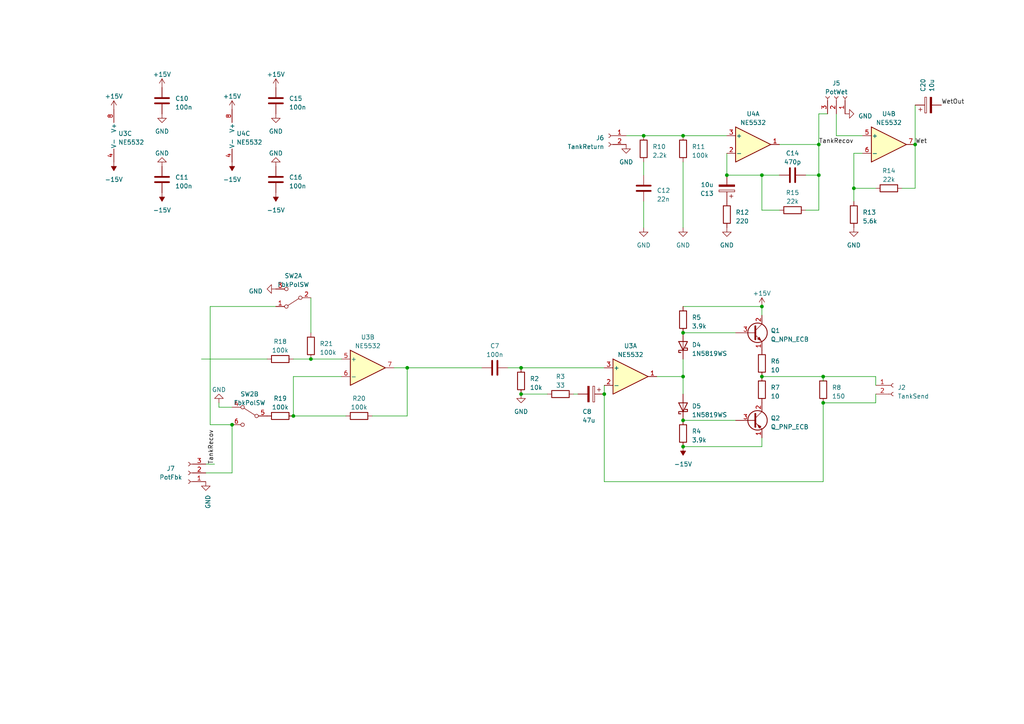
<source format=kicad_sch>
(kicad_sch (version 20230121) (generator eeschema)
  (paper "A4")
  (lib_symbols
    (symbol "Amplifier_Operational:NE5532" (pin_names (offset 0.127))
      (property "Reference" "U" (at 0 5.08 0))
      (property "Value" "NE5532" (at 0 -5.08 0))
      (symbol "NE5532_1_1"
        (polyline (pts (xy -5.08 5.08) (xy 5.08 0) (xy -5.08 -5.08) (xy -5.08 5.08)) (stroke (width 0.254)) (fill (type background)))
        (pin output line (at 7.62 0 180) (length 2.54) (name "~") (number "1"))
        (pin input line (at -7.62 -2.54 0) (length 2.54) (name "-") (number "2"))
        (pin input line (at -7.62 2.54 0) (length 2.54) (name "+") (number "3"))
      )
      (symbol "NE5532_2_1"
        (polyline (pts (xy -5.08 5.08) (xy 5.08 0) (xy -5.08 -5.08) (xy -5.08 5.08)) (stroke (width 0.254)) (fill (type background)))
        (pin input line (at -7.62 2.54 0) (length 2.54) (name "+") (number "5"))
        (pin input line (at -7.62 -2.54 0) (length 2.54) (name "-") (number "6"))
        (pin output line (at 7.62 0 180) (length 2.54) (name "~") (number "7"))
      )
      (symbol "NE5532_3_1"
        (pin power_in line (at -2.54 -7.62 90) (length 3.81) (name "V-") (number "4"))
        (pin power_in line (at -2.54 7.62 270) (length 3.81) (name "V+") (number "8"))
      )
    )
    (symbol "Connector:Conn_01x02_Socket" (pin_names (offset 1.016) hide)
      (property "Reference" "J" (at 0 2.54 0))
      (property "Value" "Conn_01x02_Socket" (at 0 -5.08 0))
      (symbol "Conn_01x02_Socket_1_1"
        (arc (start 0 -2.032) (mid -0.5058 -2.54) (end 0 -3.048) (stroke (width 0.1524)))
        (polyline (pts (xy -1.27 -2.54) (xy -0.508 -2.54)) (stroke (width 0.1524)))
        (polyline (pts (xy -1.27 0) (xy -0.508 0)) (stroke (width 0.1524)))
        (arc (start 0 0.508) (mid -0.5058 0) (end 0 -0.508) (stroke (width 0.1524)))
        (pin passive line (at -5.08 0 0) (length 3.81) (name "Pin_1") (number "1"))
        (pin passive line (at -5.08 -2.54 0) (length 3.81) (name "Pin_2") (number "2"))
      )
    )
    (symbol "Connector:Conn_01x03_Socket" (pin_names (offset 1.016) hide)
      (property "Reference" "J" (at 0 5.08 0))
      (property "Value" "Conn_01x03_Socket" (at 0 -5.08 0))
      (symbol "Conn_01x03_Socket_1_1"
        (arc (start 0 -2.032) (mid -0.5058 -2.54) (end 0 -3.048) (stroke (width 0.1524)))
        (polyline (pts (xy -1.27 -2.54) (xy -0.508 -2.54)) (stroke (width 0.1524)))
        (polyline (pts (xy -1.27 0) (xy -0.508 0)) (stroke (width 0.1524)))
        (polyline (pts (xy -1.27 2.54) (xy -0.508 2.54)) (stroke (width 0.1524)))
        (arc (start 0 0.508) (mid -0.5058 0) (end 0 -0.508) (stroke (width 0.1524)))
        (arc (start 0 3.048) (mid -0.5058 2.54) (end 0 2.032) (stroke (width 0.1524)))
        (pin passive line (at -5.08 2.54 0) (length 3.81) (name "Pin_1") (number "1"))
        (pin passive line (at -5.08 0 0) (length 3.81) (name "Pin_2") (number "2"))
        (pin passive line (at -5.08 -2.54 0) (length 3.81) (name "Pin_3") (number "3"))
      )
    )
    (symbol "Device:C" (pin_numbers hide) (pin_names (offset 0.254))
      (property "Reference" "C" (at 0.635 2.54 0))
      (property "Value" "C" (at 0.635 -2.54 0))
      (symbol "C_0_1"
        (polyline (pts (xy -2.032 -0.762) (xy 2.032 -0.762)) (stroke (width 0.508)))
        (polyline (pts (xy -2.032 0.762) (xy 2.032 0.762)) (stroke (width 0.508)))
      )
      (symbol "C_1_1"
        (pin passive line (at 0 3.81 270) (length 2.794) (name "~") (number "1"))
        (pin passive line (at 0 -3.81 90) (length 2.794) (name "~") (number "2"))
      )
    )
    (symbol "Device:C_Polarized" (pin_numbers hide) (pin_names (offset 0.254))
      (property "Reference" "C" (at 0.635 2.54 0))
      (property "Value" "C_Polarized" (at 0.635 -2.54 0))
      (symbol "C_Polarized_0_1"
        (rectangle (start -2.286 0.508) (end 2.286 1.016))
        (polyline (pts (xy -1.778 2.286) (xy -0.762 2.286)))
        (polyline (pts (xy -1.27 2.794) (xy -1.27 1.778)))
        (rectangle (start 2.286 -0.508) (end -2.286 -1.016) (fill (type outline)))
      )
      (symbol "C_Polarized_1_1"
        (pin passive line (at 0 3.81 270) (length 2.794) (name "~") (number "1"))
        (pin passive line (at 0 -3.81 90) (length 2.794) (name "~") (number "2"))
      )
    )
    (symbol "Device:Q_NPN_ECB" (pin_names (offset 0) hide)
      (property "Reference" "Q" (at 5.08 1.27 0))
      (property "Value" "Q_NPN_ECB" (at 5.08 -1.27 0))
      (symbol "Q_NPN_ECB_0_1"
        (polyline (pts (xy 0.635 0.635) (xy 2.54 2.54)))
        (polyline (pts (xy 0.635 -0.635) (xy 2.54 -2.54) (xy 2.54 -2.54)))
        (polyline (pts (xy 0.635 1.905) (xy 0.635 -1.905) (xy 0.635 -1.905)) (stroke (width 0.508)))
        (polyline (pts (xy 1.27 -1.778) (xy 1.778 -1.27) (xy 2.286 -2.286) (xy 1.27 -1.778) (xy 1.27 -1.778)) (fill (type outline)))
        (circle (center 1.27 0) (radius 2.8194) (stroke (width 0.254)))
      )
      (symbol "Q_NPN_ECB_1_1"
        (pin passive line (at 2.54 -5.08 90) (length 2.54) (name "E") (number "1"))
        (pin passive line (at 2.54 5.08 270) (length 2.54) (name "C") (number "2"))
        (pin passive line (at -5.08 0 0) (length 5.715) (name "B") (number "3"))
      )
    )
    (symbol "Device:Q_PNP_ECB" (pin_names (offset 0) hide)
      (property "Reference" "Q" (at 5.08 1.27 0))
      (property "Value" "Q_PNP_ECB" (at 5.08 -1.27 0))
      (symbol "Q_PNP_ECB_0_1"
        (polyline (pts (xy 0.635 0.635) (xy 2.54 2.54)))
        (polyline (pts (xy 0.635 -0.635) (xy 2.54 -2.54) (xy 2.54 -2.54)))
        (polyline (pts (xy 0.635 1.905) (xy 0.635 -1.905) (xy 0.635 -1.905)) (stroke (width 0.508)))
        (polyline (pts (xy 2.286 -1.778) (xy 1.778 -2.286) (xy 1.27 -1.27) (xy 2.286 -1.778) (xy 2.286 -1.778)) (fill (type outline)))
        (circle (center 1.27 0) (radius 2.8194) (stroke (width 0.254)))
      )
      (symbol "Q_PNP_ECB_1_1"
        (pin passive line (at 2.54 -5.08 90) (length 2.54) (name "E") (number "1"))
        (pin passive line (at 2.54 5.08 270) (length 2.54) (name "C") (number "2"))
        (pin input line (at -5.08 0 0) (length 5.715) (name "B") (number "3"))
      )
    )
    (symbol "Device:R" (pin_numbers hide) (pin_names (offset 0))
      (property "Reference" "R" (at 2.032 0 90))
      (property "Value" "R" (at 0 0 90))
      (symbol "R_0_1"
        (rectangle (start -1.016 -2.54) (end 1.016 2.54) (stroke (width 0.254)))
      )
      (symbol "R_1_1"
        (pin passive line (at 0 3.81 270) (length 1.27) (name "~") (number "1"))
        (pin passive line (at 0 -3.81 90) (length 1.27) (name "~") (number "2"))
      )
    )
    (symbol "Diode:1N5819WS" (pin_numbers hide) (pin_names (offset 1.016) hide)
      (property "Reference" "D" (at 0 2.54 0))
      (property "Value" "1N5819WS" (at 0 -2.54 0))
      (symbol "1N5819WS_0_1"
        (polyline (pts (xy 1.27 0) (xy -1.27 0)))
        (polyline (pts (xy 1.27 1.27) (xy 1.27 -1.27) (xy -1.27 0) (xy 1.27 1.27)) (stroke (width 0.254)))
        (polyline (pts (xy -1.905 0.635) (xy -1.905 1.27) (xy -1.27 1.27) (xy -1.27 -1.27) (xy -0.635 -1.27) (xy -0.635 -0.635)) (stroke (width 0.254)))
      )
      (symbol "1N5819WS_1_1"
        (pin passive line (at -3.81 0 0) (length 2.54) (name "K") (number "1"))
        (pin passive line (at 3.81 0 180) (length 2.54) (name "A") (number "2"))
      )
    )
    (symbol "Switch:SW_DPDT_x2" (pin_names (offset 0) hide)
      (property "Reference" "SW" (at 0 4.318 0))
      (property "Value" "SW_DPDT_x2" (at 0 -5.08 0))
      (symbol "SW_DPDT_x2_0_0"
        (circle (center -2.032 0) (radius 0.508))
        (circle (center 2.032 -2.54) (radius 0.508))
      )
      (symbol "SW_DPDT_x2_0_1"
        (polyline (pts (xy -1.524 0.254) (xy 1.651 2.286)))
        (circle (center 2.032 2.54) (radius 0.508))
      )
      (symbol "SW_DPDT_x2_1_1"
        (pin passive line (at 5.08 2.54 180) (length 2.54) (name "A") (number "1"))
        (pin passive line (at -5.08 0 0) (length 2.54) (name "B") (number "2"))
        (pin passive line (at 5.08 -2.54 180) (length 2.54) (name "C") (number "3"))
      )
      (symbol "SW_DPDT_x2_2_1"
        (pin passive line (at 5.08 2.54 180) (length 2.54) (name "A") (number "4"))
        (pin passive line (at -5.08 0 0) (length 2.54) (name "B") (number "5"))
        (pin passive line (at 5.08 -2.54 180) (length 2.54) (name "C") (number "6"))
      )
    )
    (symbol "power:+15V" (power) (pin_names (offset 0))
      (property "Value" "+15V" (at 0 3.556 0))
      (symbol "+15V_0_1"
        (polyline (pts (xy -0.762 1.27) (xy 0 2.54)))
        (polyline (pts (xy 0 0) (xy 0 2.54)))
        (polyline (pts (xy 0 2.54) (xy 0.762 1.27)))
      )
      (symbol "+15V_1_1"
        (pin power_in line (at 0 0 90) (length 0) hide (name "+15V") (number "1"))
      )
    )
    (symbol "power:-15V" (power) (pin_names (offset 0))
      (property "Value" "-15V" (at 0 3.81 0))
      (symbol "-15V_0_0"
        (pin power_in line (at 0 0 90) (length 0) hide (name "-15V") (number "1"))
      )
      (symbol "-15V_0_1"
        (polyline (pts (xy 0 0) (xy 0 1.27) (xy 0.762 1.27) (xy 0 2.54) (xy -0.762 1.27) (xy 0 1.27)) (fill (type outline)))
      )
    )
    (symbol "power:GND" (power) (pin_names (offset 0))
      (property "Value" "GND" (at 0 -3.81 0))
      (symbol "GND_0_1"
        (polyline (pts (xy 0 0) (xy 0 -1.27) (xy 1.27 -1.27) (xy 0 -2.54) (xy -1.27 -1.27) (xy 0 -1.27)))
      )
      (symbol "GND_1_1"
        (pin power_in line (at 0 0 270) (length 0) hide (name "GND") (number "1"))
      )
    )
  )
  (junction (at 151.13 114.3))
  (junction (at 186.69 39.37))
  (junction (at 198.12 109.22))
  (junction (at 85.09 120.65))
  (junction (at 220.98 88.9))
  (junction (at 237.49 50.8))
  (junction (at 247.65 54.61))
  (junction (at 220.98 50.8))
  (junction (at 238.76 109.22))
  (junction (at 198.12 39.37))
  (junction (at 210.82 50.8))
  (junction (at 265.43 41.91))
  (junction (at 118.11 106.68))
  (junction (at 238.76 116.84))
  (junction (at 175.26 114.3))
  (junction (at 237.49 41.91))
  (junction (at 198.12 121.92))
  (junction (at 198.12 129.54))
  (junction (at 220.98 109.22))
  (junction (at 90.17 104.14))
  (junction (at 67.31 123.19))
  (junction (at 198.12 96.52))
  (junction (at 151.13 106.68))
  (wire (pts (xy 238.76 109.22) (xy 254 109.22)))
  (wire (pts (xy 67.31 137.16) (xy 67.31 123.19)))
  (wire (pts (xy 151.13 106.68) (xy 175.26 106.68)))
  (wire (pts (xy 237.49 50.8) (xy 233.68 50.8)))
  (wire (pts (xy 237.49 33.02) (xy 237.49 41.91)))
  (wire (pts (xy 198.12 129.54) (xy 220.98 129.54)))
  (wire (pts (xy 59.69 137.16) (xy 67.31 137.16)))
  (wire (pts (xy 151.13 114.3) (xy 158.75 114.3)))
  (wire (pts (xy 186.69 46.99) (xy 186.69 50.8)))
  (wire (pts (xy 60.96 88.9) (xy 60.96 123.19)))
  (wire (pts (xy 85.09 109.22) (xy 99.06 109.22)))
  (wire (pts (xy 198.12 39.37) (xy 210.82 39.37)))
  (wire (pts (xy 175.26 139.7) (xy 175.26 114.3)))
  (wire (pts (xy 198.12 88.9) (xy 220.98 88.9)))
  (wire (pts (xy 60.96 123.19) (xy 67.31 123.19)))
  (wire (pts (xy 247.65 44.45) (xy 250.19 44.45)))
  (wire (pts (xy 190.5 109.22) (xy 198.12 109.22)))
  (wire (pts (xy 80.01 88.9) (xy 60.96 88.9)))
  (wire (pts (xy 118.11 120.65) (xy 118.11 106.68)))
  (wire (pts (xy 85.09 120.65) (xy 100.33 120.65)))
  (wire (pts (xy 198.12 121.92) (xy 213.36 121.92)))
  (wire (pts (xy 181.61 39.37) (xy 186.69 39.37)))
  (wire (pts (xy 238.76 139.7) (xy 175.26 139.7)))
  (wire (pts (xy 247.65 54.61) (xy 247.65 44.45)))
  (wire (pts (xy 237.49 60.96) (xy 237.49 50.8)))
  (wire (pts (xy 186.69 58.42) (xy 186.69 66.04)))
  (wire (pts (xy 238.76 109.22) (xy 238.76 110.49)))
  (wire (pts (xy 63.5 118.11) (xy 67.31 118.11)))
  (wire (pts (xy 186.69 39.37) (xy 198.12 39.37)))
  (wire (pts (xy 254 114.3) (xy 254 116.84)))
  (wire (pts (xy 220.98 60.96) (xy 226.06 60.96)))
  (wire (pts (xy 118.11 106.68) (xy 114.3 106.68)))
  (wire (pts (xy 166.37 114.3) (xy 167.64 114.3)))
  (wire (pts (xy 59.69 134.62) (xy 62.23 134.62)))
  (wire (pts (xy 254 109.22) (xy 254 111.76)))
  (wire (pts (xy 220.98 109.22) (xy 238.76 109.22)))
  (wire (pts (xy 220.98 50.8) (xy 226.06 50.8)))
  (wire (pts (xy 198.12 46.99) (xy 198.12 66.04)))
  (wire (pts (xy 220.98 127) (xy 220.98 129.54)))
  (wire (pts (xy 198.12 96.52) (xy 213.36 96.52)))
  (wire (pts (xy 118.11 106.68) (xy 139.7 106.68)))
  (wire (pts (xy 210.82 44.45) (xy 210.82 50.8)))
  (wire (pts (xy 261.62 54.61) (xy 265.43 54.61)))
  (wire (pts (xy 237.49 41.91) (xy 237.49 50.8)))
  (wire (pts (xy 265.43 54.61) (xy 265.43 41.91)))
  (wire (pts (xy 85.09 109.22) (xy 85.09 120.65)))
  (wire (pts (xy 220.98 91.44) (xy 220.98 88.9)))
  (wire (pts (xy 90.17 104.14) (xy 99.06 104.14)))
  (wire (pts (xy 147.32 106.68) (xy 151.13 106.68)))
  (wire (pts (xy 220.98 60.96) (xy 220.98 50.8)))
  (wire (pts (xy 242.57 33.02) (xy 242.57 39.37)))
  (wire (pts (xy 242.57 39.37) (xy 250.19 39.37)))
  (wire (pts (xy 265.43 30.48) (xy 265.43 41.91)))
  (wire (pts (xy 90.17 86.36) (xy 90.17 96.52)))
  (wire (pts (xy 107.95 120.65) (xy 118.11 120.65)))
  (wire (pts (xy 198.12 109.22) (xy 198.12 114.3)))
  (wire (pts (xy 240.03 33.02) (xy 237.49 33.02)))
  (wire (pts (xy 198.12 104.14) (xy 198.12 109.22)))
  (wire (pts (xy 63.5 116.84) (xy 63.5 118.11)))
  (wire (pts (xy 210.82 50.8) (xy 220.98 50.8)))
  (wire (pts (xy 238.76 116.84) (xy 238.76 139.7)))
  (wire (pts (xy 247.65 58.42) (xy 247.65 54.61)))
  (wire (pts (xy 175.26 111.76) (xy 175.26 114.3)))
  (wire (pts (xy 226.06 41.91) (xy 237.49 41.91)))
  (wire (pts (xy 85.09 104.14) (xy 90.17 104.14)))
  (wire (pts (xy 247.65 54.61) (xy 254 54.61)))
  (wire (pts (xy 238.76 116.84) (xy 254 116.84)))
  (wire (pts (xy 233.68 60.96) (xy 237.49 60.96)))
  (wire (pts (xy 58.42 104.14) (xy 77.47 104.14)))
  (label "TankRecov" (at 62.23 134.62 90))
  (label "WetOut" (at 273.05 30.48 0))
  (label "TankRecov" (at 237.49 41.91 0))
  (label "Wet" (at 265.43 41.91 0))
  (symbol (lib_id "Device:R") (at 257.81 54.61 270) (unit 1)
    (property "Reference" "R14" (at 257.81 49.53 90))
    (property "Value" "22k" (at 257.81 52.07 90))
    (instances (project "spring_reverb" (path "" (reference "R14") (unit 1)) (path "" (reference "R15") (unit 1))))
  )
  (symbol (lib_id "power:-15V") (at 80.01 55.88 180) (unit 1)
    (property "Reference" "#PWR034" (effects hide))
    (property "Value" "-15V" (at 80.01 60.96 0))
    (instances (project "spring_reverb" (path "" (reference "#PWR034") (unit 1)) (path "" (reference "#PWR036") (unit 1))))
  )
  (symbol (lib_id "power:GND") (at 80.01 48.26 180) (unit 1)
    (property "Reference" "#PWR033" (effects hide))
    (property "Value" "GND" (at 80.01 44.45 0))
    (instances (project "spring_reverb" (path "" (reference "#PWR033") (unit 1)) (path "" (reference "#PWR035") (unit 1))))
  )
  (symbol (lib_id "power:+15V") (at 46.99 25.4 0) (unit 1)
    (property "Reference" "#PWR021" (effects hide))
    (property "Value" "+15V" (at 46.99 21.59 0))
  )
  (symbol (lib_id "Device:R") (at 162.56 114.3 270) (unit 1)
    (property "Reference" "R3" (at 162.56 109.22 90))
    (property "Value" "33" (at 162.56 111.76 90))
  )
  (symbol (lib_id "Device:C") (at 46.99 52.07 0) (unit 1)
    (property "Reference" "C11" (at 50.8 51.435 0) (effects (justify left)))
    (property "Value" "100n" (at 50.8 53.975 0) (effects (justify left)))
  )
  (symbol (lib_id "Connector:Conn_01x03_Socket") (at 54.61 137.16 180) (unit 1)
    (property "Reference" "J7" (at 49.53 135.89 0))
    (property "Value" "PotFbk" (at 49.53 138.43 0))
    (property "Footprint" "Potentiometer_THT:Potentiometer_Piher_PT-10-V10_Vertical_Hole" (effects hide))
  )
  (symbol (lib_id "Device:R") (at 81.28 104.14 270) (unit 1)
    (property "Reference" "R18" (at 81.28 99.06 90))
    (property "Value" "100k" (at 81.28 101.6 90))
  )
  (symbol (lib_id "power:-15V") (at 33.02 46.99 180) (unit 1)
    (property "Reference" "#PWR020" (effects hide))
    (property "Value" "-15V" (at 33.02 52.07 0))
  )
  (symbol (lib_id "power:GND") (at 181.61 41.91 0) (unit 1)
    (property "Reference" "#PWR035" (effects hide))
    (property "Value" "GND" (at 181.61 46.99 0))
    (instances (project "spring_reverb" (path "" (reference "#PWR035") (unit 1)) (path "" (reference "#PWR025") (unit 1))))
  )
  (symbol (lib_id "Connector:Conn_01x03_Socket") (at 242.57 27.94 270) (mirror x) (unit 1)
    (property "Reference" "J5" (at 242.57 24.13 90))
    (property "Value" "PotWet" (at 242.57 26.67 90))
    (property "Footprint" "Potentiometer_THT:Potentiometer_Piher_PT-10-V10_Vertical_Hole" (effects hide))
    (instances (project "spring_reverb" (path "" (reference "J5") (unit 1)) (path "" (reference "J6") (unit 1))))
  )
  (symbol (lib_id "power:GND") (at 245.11 33.02 90) (unit 1)
    (property "Reference" "#PWR036" (effects hide))
    (property "Value" "GND" (at 248.92 33.655 90) (effects (justify right)))
    (instances (project "spring_reverb" (path "" (reference "#PWR036") (unit 1)) (path "" (reference "#PWR031") (unit 1))))
  )
  (symbol (lib_id "Device:R") (at 198.12 125.73 0) (unit 1)
    (property "Reference" "R4" (at 200.66 125.095 0) (effects (justify left)))
    (property "Value" "3.9k" (at 200.66 127.635 0) (effects (justify left)))
    (instances (project "spring_reverb" (path "" (reference "R4") (unit 1)) (path "" (reference "R5") (unit 1))))
  )
  (symbol (lib_id "Device:R") (at 198.12 92.71 0) (unit 1)
    (property "Reference" "R5" (at 200.66 92.075 0) (effects (justify left)))
    (property "Value" "3.9k" (at 200.66 94.615 0) (effects (justify left)))
    (instances (project "spring_reverb" (path "" (reference "R5") (unit 1)) (path "" (reference "R4") (unit 1))))
  )
  (symbol (lib_id "Device:R") (at 186.69 43.18 180) (unit 1)
    (property "Reference" "R10" (at 189.23 42.545 0) (effects (justify right)))
    (property "Value" "2.2k" (at 189.23 45.085 0) (effects (justify right)))
  )
  (symbol (lib_id "Device:R") (at 210.82 62.23 180) (unit 1)
    (property "Reference" "R12" (at 213.36 61.595 0) (effects (justify right)))
    (property "Value" "220" (at 213.36 64.135 0) (effects (justify right)))
  )
  (symbol (lib_id "power:GND") (at 247.65 66.04 0) (unit 1)
    (property "Reference" "#PWR028" (effects hide))
    (property "Value" "GND" (at 247.65 71.12 0))
    (instances (project "spring_reverb" (path "" (reference "#PWR028") (unit 1)) (path "" (reference "#PWR032") (unit 1))))
  )
  (symbol (lib_id "Device:C") (at 80.01 52.07 0) (unit 1)
    (property "Reference" "C16" (at 83.82 51.435 0) (effects (justify left)))
    (property "Value" "100n" (at 83.82 53.975 0) (effects (justify left)))
  )
  (symbol (lib_id "power:GND") (at 80.01 33.02 0) (unit 1)
    (property "Reference" "#PWR032" (effects hide))
    (property "Value" "GND" (at 80.01 38.1 0))
    (instances (project "spring_reverb" (path "" (reference "#PWR032") (unit 1)) (path "" (reference "#PWR034") (unit 1))))
  )
  (symbol (lib_id "Device:C") (at 229.87 50.8 270) (unit 1)
    (property "Reference" "C14" (at 229.87 44.45 90))
    (property "Value" "470p" (at 229.87 46.99 90))
  )
  (symbol (lib_id "Switch:SW_DPDT_x2") (at 85.09 86.36 180) (unit 1)
    (property "Reference" "SW2" (at 85.09 80.01 0))
    (property "Value" "FbkPolSW" (at 85.09 82.55 0))
  )
  (symbol (lib_id "Amplifier_Operational:NE5532") (at 182.88 109.22 0) (unit 1)
    (property "Reference" "U3" (at 182.88 100.33 0))
    (property "Value" "NE5532" (at 182.88 102.87 0))
    (property "Footprint" "Package_SO:SOIC-8_3.9x4.9mm_P1.27mm" (effects hide))
    (property "Datasheet" "http://www.ti.com/lit/ds/symlink/ne5532.pdf" (effects hide))
  )
  (symbol (lib_id "power:+15V") (at 33.02 31.75 0) (unit 1)
    (property "Reference" "#PWR019" (effects hide))
    (property "Value" "+15V" (at 33.02 27.94 0))
  )
  (symbol (lib_id "Device:C") (at 80.01 29.21 0) (unit 1)
    (property "Reference" "C15" (at 83.82 28.575 0) (effects (justify left)))
    (property "Value" "100n" (at 83.82 31.115 0) (effects (justify left)))
  )
  (symbol (lib_id "Device:Q_NPN_ECB") (at 218.44 96.52 0) (unit 1)
    (property "Reference" "Q1" (at 223.52 95.885 0) (effects (justify left)))
    (property "Value" "Q_NPN_ECB" (at 223.52 98.425 0) (effects (justify left)))
  )
  (symbol (lib_id "power:+15V") (at 220.98 88.9 0) (unit 1)
    (property "Reference" "#PWR016" (effects hide))
    (property "Value" "+15V" (at 220.98 85.09 0))
    (instances (project "spring_reverb" (path "" (reference "#PWR016") (unit 1)) (path "" (reference "#PWR015") (unit 1))))
  )
  (symbol (lib_id "Device:C_Polarized") (at 210.82 54.61 180) (unit 1)
    (property "Reference" "C13" (at 207.01 56.134 0) (effects (justify left)))
    (property "Value" "10u" (at 207.01 53.594 0) (effects (justify left)))
  )
  (symbol (lib_id "power:GND") (at 63.5 116.84 180) (unit 1)
    (property "Reference" "#PWR040" (effects hide))
    (property "Value" "GND" (at 63.5 113.03 0))
    (instances (project "spring_reverb" (path "" (reference "#PWR040") (unit 1)) (path "" (reference "#PWR038") (unit 1))))
  )
  (symbol (lib_id "Device:R") (at 238.76 113.03 180) (unit 1)
    (property "Reference" "R8" (at 241.3 112.395 0) (effects (justify right)))
    (property "Value" "150" (at 241.3 114.935 0) (effects (justify right)))
  )
  (symbol (lib_id "power:-15V") (at 46.99 55.88 180) (unit 1)
    (property "Reference" "#PWR024" (effects hide))
    (property "Value" "-15V" (at 46.99 60.96 0))
  )
  (symbol (lib_id "Connector:Conn_01x02_Socket") (at 176.53 39.37 0) (mirror y) (unit 1)
    (property "Reference" "J6" (at 175.26 40.005 0) (effects (justify left)))
    (property "Value" "TankReturn" (at 175.26 42.545 0) (effects (justify left)))
    (instances (project "spring_reverb" (path "" (reference "J6") (unit 1)) (path "" (reference "J5") (unit 1))))
  )
  (symbol (lib_id "Amplifier_Operational:NE5532") (at 257.81 41.91 0) (unit 2)
    (property "Reference" "U4" (at 257.81 33.02 0))
    (property "Value" "NE5532" (at 257.81 35.56 0))
    (property "Footprint" "Package_SO:SOIC-8_3.9x4.9mm_P1.27mm" (effects hide))
    (property "Datasheet" "http://www.ti.com/lit/ds/symlink/ne5532.pdf" (effects hide))
  )
  (symbol (lib_id "Device:R") (at 220.98 113.03 180) (unit 1)
    (property "Reference" "R7" (at 223.52 112.395 0) (effects (justify right)))
    (property "Value" "10" (at 223.52 114.935 0) (effects (justify right)))
  )
  (symbol (lib_id "Device:R") (at 90.17 100.33 0) (unit 1)
    (property "Reference" "R21" (at 92.71 99.695 0) (effects (justify left)))
    (property "Value" "100k" (at 92.71 102.235 0) (effects (justify left)))
    (instances (project "spring_reverb" (path "" (reference "R21") (unit 1)) (path "" (reference "R20") (unit 1))))
  )
  (symbol (lib_id "Device:C") (at 46.99 29.21 0) (unit 1)
    (property "Reference" "C10" (at 50.8 28.575 0) (effects (justify left)))
    (property "Value" "100n" (at 50.8 31.115 0) (effects (justify left)))
  )
  (symbol (lib_id "Device:C_Polarized") (at 171.45 114.3 270) (unit 1)
    (property "Reference" "C8" (at 168.91 119.38 90) (effects (justify left)))
    (property "Value" "47u" (at 168.91 121.92 90) (effects (justify left)))
  )
  (symbol (lib_id "power:GND") (at 151.13 114.3 0) (unit 1)
    (property "Reference" "#PWR014" (effects hide))
    (property "Value" "GND" (at 151.13 119.38 0))
  )
  (symbol (lib_id "power:GND") (at 46.99 33.02 0) (unit 1)
    (property "Reference" "#PWR022" (effects hide))
    (property "Value" "GND" (at 46.99 38.1 0))
  )
  (symbol (lib_id "power:GND") (at 80.01 83.82 270) (unit 1)
    (property "Reference" "#PWR039" (effects hide))
    (property "Value" "GND" (at 76.2 84.455 90) (effects (justify right)))
  )
  (symbol (lib_id "Device:R") (at 104.14 120.65 270) (unit 1)
    (property "Reference" "R20" (at 104.14 115.57 90))
    (property "Value" "100k" (at 104.14 118.11 90))
    (instances (project "spring_reverb" (path "" (reference "R20") (unit 1)) (path "" (reference "R21") (unit 1))))
  )
  (symbol (lib_id "Device:C") (at 186.69 54.61 180) (unit 1)
    (property "Reference" "C12" (at 190.5 55.245 0) (effects (justify right)))
    (property "Value" "22n" (at 190.5 57.785 0) (effects (justify right)))
  )
  (symbol (lib_id "Device:R") (at 151.13 110.49 180) (unit 1)
    (property "Reference" "R2" (at 153.67 109.855 0) (effects (justify right)))
    (property "Value" "10k" (at 153.67 112.395 0) (effects (justify right)))
  )
  (symbol (lib_id "Device:R") (at 198.12 43.18 180) (unit 1)
    (property "Reference" "R11" (at 200.66 42.545 0) (effects (justify right)))
    (property "Value" "100k" (at 200.66 45.085 0) (effects (justify right)))
  )
  (symbol (lib_id "power:GND") (at 59.69 139.7 0) (mirror y) (unit 1)
    (property "Reference" "#PWR038" (effects hide))
    (property "Value" "GND" (at 60.325 143.51 90) (effects (justify right)))
    (instances (project "spring_reverb" (path "" (reference "#PWR038") (unit 1)) (path "" (reference "#PWR037") (unit 1))))
  )
  (symbol (lib_id "Diode:1N5819WS") (at 198.12 118.11 90) (unit 1)
    (property "Reference" "D5" (at 200.66 117.7925 90) (effects (justify right)))
    (property "Value" "1N5819WS" (at 200.66 120.3325 90) (effects (justify right)))
    (property "Footprint" "Diode_SMD:D_SOD-323_HandSoldering" (effects hide))
    (property "Datasheet" "https://datasheet.lcsc.com/lcsc/2204281430_Guangdong-Hottech-1N5819WS_C191023.pdf" (effects hide))
  )
  (symbol (lib_id "Device:R") (at 81.28 120.65 270) (unit 1)
    (property "Reference" "R19" (at 81.28 115.57 90))
    (property "Value" "100k" (at 81.28 118.11 90))
  )
  (symbol (lib_id "Amplifier_Operational:NE5532") (at 35.56 39.37 0) (unit 3)
    (property "Reference" "U3" (at 34.29 38.735 0) (effects (justify left)))
    (property "Value" "NE5532" (at 34.29 41.275 0) (effects (justify left)))
    (property "Footprint" "Package_SO:SOIC-8_3.9x4.9mm_P1.27mm" (effects hide))
    (property "Datasheet" "http://www.ti.com/lit/ds/symlink/ne5532.pdf" (effects hide))
  )
  (symbol (lib_id "Amplifier_Operational:NE5532") (at 218.44 41.91 0) (unit 1)
    (property "Reference" "U4" (at 218.44 33.02 0))
    (property "Value" "NE5532" (at 218.44 35.56 0))
    (property "Footprint" "Package_SO:SOIC-8_3.9x4.9mm_P1.27mm" (effects hide))
    (property "Datasheet" "http://www.ti.com/lit/ds/symlink/ne5532.pdf" (effects hide))
  )
  (symbol (lib_id "Device:R") (at 229.87 60.96 270) (unit 1)
    (property "Reference" "R15" (at 229.87 55.88 90))
    (property "Value" "22k" (at 229.87 58.42 90))
    (instances (project "spring_reverb" (path "" (reference "R15") (unit 1)) (path "" (reference "R13") (unit 1))))
  )
  (symbol (lib_id "power:GND") (at 46.99 48.26 180) (unit 1)
    (property "Reference" "#PWR023" (effects hide))
    (property "Value" "GND" (at 46.99 44.45 0))
  )
  (symbol (lib_id "Switch:SW_DPDT_x2") (at 72.39 120.65 0) (mirror y) (unit 2)
    (property "Reference" "SW2" (at 72.39 114.3 0))
    (property "Value" "FbkPolSW" (at 72.39 116.84 0))
  )
  (symbol (lib_id "Amplifier_Operational:NE5532") (at 69.85 39.37 0) (unit 3)
    (property "Reference" "U4" (at 68.58 38.735 0) (effects (justify left)))
    (property "Value" "NE5532" (at 68.58 41.275 0) (effects (justify left)))
    (property "Footprint" "Package_SO:SOIC-8_3.9x4.9mm_P1.27mm" (effects hide))
    (property "Datasheet" "http://www.ti.com/lit/ds/symlink/ne5532.pdf" (effects hide))
  )
  (symbol (lib_id "power:GND") (at 186.69 66.04 0) (unit 1)
    (property "Reference" "#PWR025" (effects hide))
    (property "Value" "GND" (at 186.69 71.12 0))
    (instances (project "spring_reverb" (path "" (reference "#PWR025") (unit 1)) (path "" (reference "#PWR026") (unit 1))))
  )
  (symbol (lib_id "power:-15V") (at 198.12 129.54 180) (unit 1)
    (property "Reference" "#PWR015" (effects hide))
    (property "Value" "-15V" (at 198.12 134.62 0))
    (instances (project "spring_reverb" (path "" (reference "#PWR015") (unit 1)) (path "" (reference "#PWR016") (unit 1))))
  )
  (symbol (lib_id "power:GND") (at 198.12 66.04 0) (unit 1)
    (property "Reference" "#PWR026" (effects hide))
    (property "Value" "GND" (at 198.12 71.12 0))
    (instances (project "spring_reverb" (path "" (reference "#PWR026") (unit 1)) (path "" (reference "#PWR027") (unit 1))))
  )
  (symbol (lib_id "Device:Q_PNP_ECB") (at 218.44 121.92 0) (unit 1)
    (property "Reference" "Q2" (at 223.52 121.285 0) (effects (justify left)))
    (property "Value" "Q_PNP_ECB" (at 223.52 123.825 0) (effects (justify left)))
  )
  (symbol (lib_id "Device:R") (at 247.65 62.23 180) (unit 1)
    (property "Reference" "R13" (at 250.19 61.595 0) (effects (justify right)))
    (property "Value" "5.6k" (at 250.19 64.135 0) (effects (justify right)))
    (instances (project "spring_reverb" (path "" (reference "R13") (unit 1)) (path "" (reference "R14") (unit 1))))
  )
  (symbol (lib_id "power:+15V") (at 80.01 25.4 0) (unit 1)
    (property "Reference" "#PWR031" (effects hide))
    (property "Value" "+15V" (at 80.01 21.59 0))
    (instances (project "spring_reverb" (path "" (reference "#PWR031") (unit 1)) (path "" (reference "#PWR033") (unit 1))))
  )
  (symbol (lib_id "Device:C") (at 143.51 106.68 270) (unit 1)
    (property "Reference" "C7" (at 143.51 100.33 90))
    (property "Value" "100n" (at 143.51 102.87 90))
  )
  (symbol (lib_id "Device:R") (at 220.98 105.41 180) (unit 1)
    (property "Reference" "R6" (at 223.52 104.775 0) (effects (justify right)))
    (property "Value" "10" (at 223.52 107.315 0) (effects (justify right)))
  )
  (symbol (lib_id "Diode:1N5819WS") (at 198.12 100.33 90) (unit 1)
    (property "Reference" "D4" (at 200.66 100.0125 90) (effects (justify right)))
    (property "Value" "1N5819WS" (at 200.66 102.5525 90) (effects (justify right)))
    (property "Footprint" "Diode_SMD:D_SOD-323_HandSoldering" (effects hide))
    (property "Datasheet" "https://datasheet.lcsc.com/lcsc/2204281430_Guangdong-Hottech-1N5819WS_C191023.pdf" (effects hide))
  )
  (symbol (lib_id "Device:C_Polarized") (at 269.24 30.48 90) (unit 1)
    (property "Reference" "C20" (at 267.716 26.67 0) (effects (justify left)))
    (property "Value" "10u" (at 270.256 26.67 0) (effects (justify left)))
  )
  (symbol (lib_id "power:GND") (at 210.82 66.04 0) (unit 1)
    (property "Reference" "#PWR027" (effects hide))
    (property "Value" "GND" (at 210.82 71.12 0))
    (instances (project "spring_reverb" (path "" (reference "#PWR027") (unit 1)) (path "" (reference "#PWR028") (unit 1))))
  )
  (symbol (lib_id "Amplifier_Operational:NE5532") (at 106.68 106.68 0) (unit 2)
    (property "Reference" "U3" (at 106.68 97.79 0))
    (property "Value" "NE5532" (at 106.68 100.33 0))
    (property "Footprint" "Package_SO:SOIC-8_3.9x4.9mm_P1.27mm" (effects hide))
    (property "Datasheet" "http://www.ti.com/lit/ds/symlink/ne5532.pdf" (effects hide))
  )
  (symbol (lib_id "power:+15V") (at 67.31 31.75 0) (unit 1)
    (property "Reference" "#PWR029" (effects hide))
    (property "Value" "+15V" (at 67.31 27.94 0))
  )
  (symbol (lib_id "Connector:Conn_01x02_Socket") (at 259.08 111.76 0) (unit 1)
    (property "Reference" "J2" (at 260.35 112.395 0) (effects (justify left)))
    (property "Value" "TankSend" (at 260.35 114.935 0) (effects (justify left)))
  )
  (symbol (lib_id "power:-15V") (at 67.31 46.99 180) (unit 1)
    (property "Reference" "#PWR030" (effects hide))
    (property "Value" "-15V" (at 67.31 52.07 0))
  )
)
</source>
